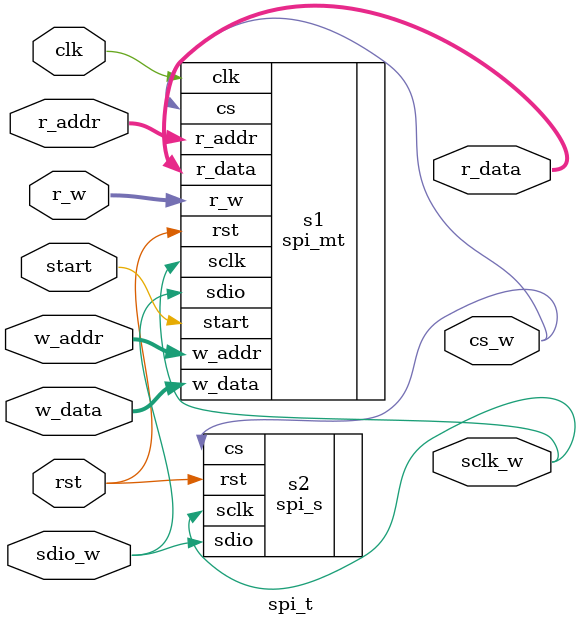
<source format=v>
module spi_t #(parameter a_width=16,d_width=8) (clk,rst,start,r_w,w_addr,w_data,r_addr,r_data,sclk_w,cs_w,sdio_w);
    input clk,rst,start;
    input [1:0]r_w;
    input [a_width-1:0]w_addr,r_addr;
    input [d_width-1:0]w_data;
    output sclk_w,cs_w;
    inout sdio_w;
    output [d_width-1:0]r_data;
        
    spi_mt s1(.clk(clk),.rst(rst),.start(start),.r_w(r_w),.w_addr(w_addr),.w_data(w_data),.r_addr(r_addr),.r_data(r_data),.sclk(sclk_w),.cs(cs_w),.sdio(sdio_w));
    spi_s s2(.rst(rst),.sclk(sclk_w),.cs(cs_w),.sdio(sdio_w));
    

endmodule

</source>
